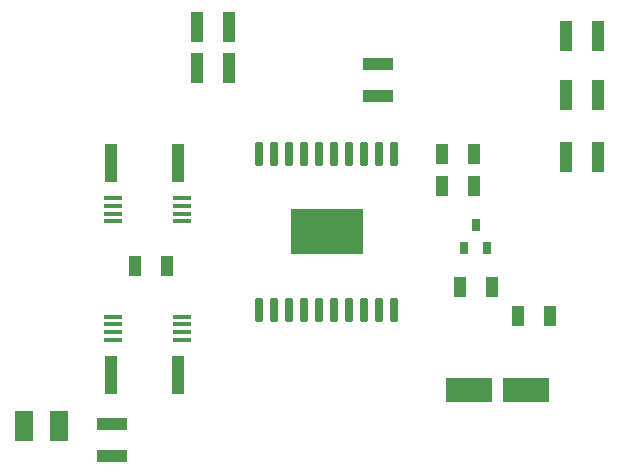
<source format=gtp>
G04*
G04 #@! TF.GenerationSoftware,Altium Limited,Altium Designer,18.0.7 (293)*
G04*
G04 Layer_Color=8421504*
%FSLAX25Y25*%
%MOIN*%
G70*
G01*
G75*
%ADD13R,0.04331X0.12992*%
%ADD14R,0.10236X0.04331*%
%ADD15R,0.04331X0.10236*%
G04:AMPARAMS|DCode=16|XSize=78.35mil|YSize=24.8mil|CornerRadius=1.98mil|HoleSize=0mil|Usage=FLASHONLY|Rotation=90.000|XOffset=0mil|YOffset=0mil|HoleType=Round|Shape=RoundedRectangle|*
%AMROUNDEDRECTD16*
21,1,0.07835,0.02084,0,0,90.0*
21,1,0.07438,0.02480,0,0,90.0*
1,1,0.00397,0.01042,0.03719*
1,1,0.00397,0.01042,-0.03719*
1,1,0.00397,-0.01042,-0.03719*
1,1,0.00397,-0.01042,0.03719*
%
%ADD16ROUNDEDRECTD16*%
%ADD17R,0.05906X0.01575*%
%ADD18R,0.05906X0.10236*%
%ADD19R,0.15748X0.07874*%
%ADD20R,0.04331X0.06693*%
%ADD21R,0.02756X0.03937*%
G36*
X126773Y113346D02*
Y98373D01*
X102815D01*
Y113346D01*
X126773D01*
D02*
G37*
D13*
X65354Y128937D02*
D03*
X42913D02*
D03*
X65354Y58071D02*
D03*
X42913D02*
D03*
D14*
X131890Y161811D02*
D03*
Y151181D02*
D03*
X43307Y41732D02*
D03*
Y31102D02*
D03*
D15*
X82087Y160433D02*
D03*
X71457D02*
D03*
X82087Y174213D02*
D03*
X71457D02*
D03*
X194488Y130905D02*
D03*
X205118D02*
D03*
X194488Y151575D02*
D03*
X205118D02*
D03*
X194488Y171260D02*
D03*
X205118D02*
D03*
D16*
X92283Y131890D02*
D03*
X97283D02*
D03*
X102283D02*
D03*
X107283D02*
D03*
X112283D02*
D03*
X117283D02*
D03*
X122283D02*
D03*
X127283D02*
D03*
X132283D02*
D03*
X137283D02*
D03*
Y79843D02*
D03*
X132283D02*
D03*
X127283D02*
D03*
X122283D02*
D03*
X117283D02*
D03*
X112283D02*
D03*
X107283D02*
D03*
X102283D02*
D03*
X97283D02*
D03*
X92283D02*
D03*
D17*
X66535Y109350D02*
D03*
Y111909D02*
D03*
X43701Y109350D02*
D03*
Y111909D02*
D03*
X66535Y114469D02*
D03*
Y117028D02*
D03*
X43701Y114469D02*
D03*
Y117028D02*
D03*
X66535Y69980D02*
D03*
Y72539D02*
D03*
X43701Y69980D02*
D03*
Y72539D02*
D03*
X66535Y75098D02*
D03*
Y77658D02*
D03*
X43701Y75098D02*
D03*
Y77658D02*
D03*
D18*
X13780Y41339D02*
D03*
X25591D02*
D03*
D19*
X181102Y53150D02*
D03*
X162205D02*
D03*
D20*
X61417Y94488D02*
D03*
X50787D02*
D03*
X169748Y87662D02*
D03*
X159118D02*
D03*
X163779Y131890D02*
D03*
X153150D02*
D03*
X163779Y121063D02*
D03*
X153150D02*
D03*
X189370Y77756D02*
D03*
X178740D02*
D03*
D21*
X168370Y100457D02*
D03*
X160496D02*
D03*
X164433Y108331D02*
D03*
M02*

</source>
